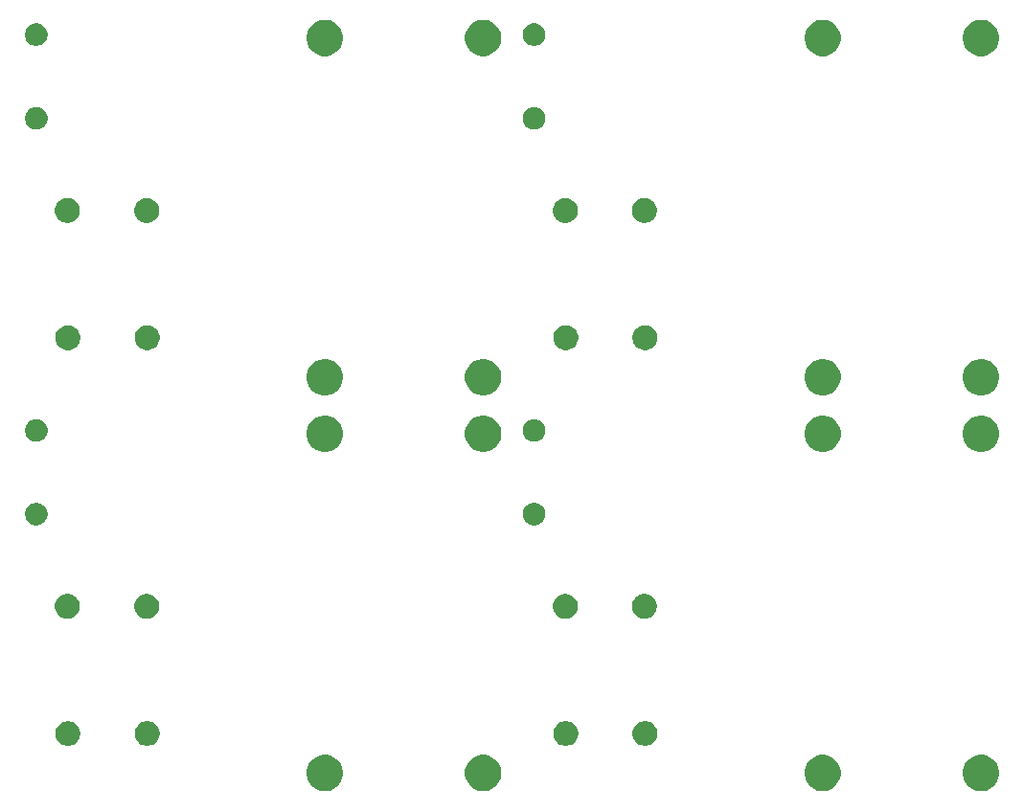
<source format=gbs>
G04 #@! TF.GenerationSoftware,KiCad,Pcbnew,5.1.2*
G04 #@! TF.CreationDate,2019-07-04T09:21:13+09:00*
G04 #@! TF.ProjectId,SAM2695_yarou_menduke,53414d32-3639-4355-9f79-61726f755f6d,rev?*
G04 #@! TF.SameCoordinates,Original*
G04 #@! TF.FileFunction,Soldermask,Bot*
G04 #@! TF.FilePolarity,Negative*
%FSLAX46Y46*%
G04 Gerber Fmt 4.6, Leading zero omitted, Abs format (unit mm)*
G04 Created by KiCad (PCBNEW 5.1.2) date 2019-07-04 09:21:13*
%MOMM*%
%LPD*%
G04 APERTURE LIST*
%ADD10C,0.100000*%
G04 APERTURE END LIST*
D10*
G36*
X139966733Y-116961391D02*
G01*
X140257931Y-117082010D01*
X140520004Y-117257121D01*
X140742879Y-117479996D01*
X140917990Y-117742069D01*
X141038609Y-118033268D01*
X141100100Y-118342404D01*
X141100100Y-118657596D01*
X141038609Y-118966732D01*
X140917990Y-119257931D01*
X140742879Y-119520004D01*
X140520004Y-119742879D01*
X140257931Y-119917990D01*
X139966733Y-120038609D01*
X139657596Y-120100100D01*
X139342404Y-120100100D01*
X139033267Y-120038609D01*
X138742069Y-119917990D01*
X138479996Y-119742879D01*
X138257121Y-119520004D01*
X138082010Y-119257931D01*
X137961391Y-118966732D01*
X137899900Y-118657596D01*
X137899900Y-118342404D01*
X137961391Y-118033268D01*
X138082010Y-117742069D01*
X138257121Y-117479996D01*
X138479996Y-117257121D01*
X138742069Y-117082010D01*
X139033267Y-116961391D01*
X139342404Y-116899900D01*
X139657596Y-116899900D01*
X139966733Y-116961391D01*
X139966733Y-116961391D01*
G37*
G36*
X125966733Y-116961391D02*
G01*
X126257931Y-117082010D01*
X126520004Y-117257121D01*
X126742879Y-117479996D01*
X126917990Y-117742069D01*
X127038609Y-118033268D01*
X127100100Y-118342404D01*
X127100100Y-118657596D01*
X127038609Y-118966732D01*
X126917990Y-119257931D01*
X126742879Y-119520004D01*
X126520004Y-119742879D01*
X126257931Y-119917990D01*
X125966733Y-120038609D01*
X125657596Y-120100100D01*
X125342404Y-120100100D01*
X125033267Y-120038609D01*
X124742069Y-119917990D01*
X124479996Y-119742879D01*
X124257121Y-119520004D01*
X124082010Y-119257931D01*
X123961391Y-118966732D01*
X123899900Y-118657596D01*
X123899900Y-118342404D01*
X123961391Y-118033268D01*
X124082010Y-117742069D01*
X124257121Y-117479996D01*
X124479996Y-117257121D01*
X124742069Y-117082010D01*
X125033267Y-116961391D01*
X125342404Y-116899900D01*
X125657596Y-116899900D01*
X125966733Y-116961391D01*
X125966733Y-116961391D01*
G37*
G36*
X183966733Y-116961391D02*
G01*
X184257931Y-117082010D01*
X184520004Y-117257121D01*
X184742879Y-117479996D01*
X184917990Y-117742069D01*
X185038609Y-118033268D01*
X185100100Y-118342404D01*
X185100100Y-118657596D01*
X185038609Y-118966732D01*
X184917990Y-119257931D01*
X184742879Y-119520004D01*
X184520004Y-119742879D01*
X184257931Y-119917990D01*
X183966733Y-120038609D01*
X183657596Y-120100100D01*
X183342404Y-120100100D01*
X183033267Y-120038609D01*
X182742069Y-119917990D01*
X182479996Y-119742879D01*
X182257121Y-119520004D01*
X182082010Y-119257931D01*
X181961391Y-118966732D01*
X181899900Y-118657596D01*
X181899900Y-118342404D01*
X181961391Y-118033268D01*
X182082010Y-117742069D01*
X182257121Y-117479996D01*
X182479996Y-117257121D01*
X182742069Y-117082010D01*
X183033267Y-116961391D01*
X183342404Y-116899900D01*
X183657596Y-116899900D01*
X183966733Y-116961391D01*
X183966733Y-116961391D01*
G37*
G36*
X169966733Y-116961391D02*
G01*
X170257931Y-117082010D01*
X170520004Y-117257121D01*
X170742879Y-117479996D01*
X170917990Y-117742069D01*
X171038609Y-118033268D01*
X171100100Y-118342404D01*
X171100100Y-118657596D01*
X171038609Y-118966732D01*
X170917990Y-119257931D01*
X170742879Y-119520004D01*
X170520004Y-119742879D01*
X170257931Y-119917990D01*
X169966733Y-120038609D01*
X169657596Y-120100100D01*
X169342404Y-120100100D01*
X169033267Y-120038609D01*
X168742069Y-119917990D01*
X168479996Y-119742879D01*
X168257121Y-119520004D01*
X168082010Y-119257931D01*
X167961391Y-118966732D01*
X167899900Y-118657596D01*
X167899900Y-118342404D01*
X167961391Y-118033268D01*
X168082010Y-117742069D01*
X168257121Y-117479996D01*
X168479996Y-117257121D01*
X168742069Y-117082010D01*
X169033267Y-116961391D01*
X169342404Y-116899900D01*
X169657596Y-116899900D01*
X169966733Y-116961391D01*
X169966733Y-116961391D01*
G37*
G36*
X147120889Y-113942176D02*
G01*
X147254358Y-113997461D01*
X147321093Y-114025104D01*
X147501273Y-114145496D01*
X147654504Y-114298727D01*
X147774896Y-114478907D01*
X147774896Y-114478908D01*
X147857824Y-114679111D01*
X147900100Y-114891650D01*
X147900100Y-115108350D01*
X147857824Y-115320889D01*
X147802539Y-115454358D01*
X147774896Y-115521093D01*
X147654504Y-115701273D01*
X147501273Y-115854504D01*
X147321093Y-115974896D01*
X147254358Y-116002539D01*
X147120889Y-116057824D01*
X146908350Y-116100100D01*
X146691650Y-116100100D01*
X146479111Y-116057824D01*
X146345642Y-116002539D01*
X146278907Y-115974896D01*
X146098727Y-115854504D01*
X145945496Y-115701273D01*
X145825104Y-115521093D01*
X145797461Y-115454358D01*
X145742176Y-115320889D01*
X145699900Y-115108350D01*
X145699900Y-114891650D01*
X145742176Y-114679111D01*
X145825104Y-114478908D01*
X145825104Y-114478907D01*
X145945496Y-114298727D01*
X146098727Y-114145496D01*
X146278907Y-114025104D01*
X146345642Y-113997461D01*
X146479111Y-113942176D01*
X146691650Y-113899900D01*
X146908350Y-113899900D01*
X147120889Y-113942176D01*
X147120889Y-113942176D01*
G37*
G36*
X110120889Y-113942176D02*
G01*
X110254358Y-113997461D01*
X110321093Y-114025104D01*
X110501273Y-114145496D01*
X110654504Y-114298727D01*
X110774896Y-114478907D01*
X110774896Y-114478908D01*
X110857824Y-114679111D01*
X110900100Y-114891650D01*
X110900100Y-115108350D01*
X110857824Y-115320889D01*
X110802539Y-115454358D01*
X110774896Y-115521093D01*
X110654504Y-115701273D01*
X110501273Y-115854504D01*
X110321093Y-115974896D01*
X110254358Y-116002539D01*
X110120889Y-116057824D01*
X109908350Y-116100100D01*
X109691650Y-116100100D01*
X109479111Y-116057824D01*
X109345642Y-116002539D01*
X109278907Y-115974896D01*
X109098727Y-115854504D01*
X108945496Y-115701273D01*
X108825104Y-115521093D01*
X108797461Y-115454358D01*
X108742176Y-115320889D01*
X108699900Y-115108350D01*
X108699900Y-114891650D01*
X108742176Y-114679111D01*
X108825104Y-114478908D01*
X108825104Y-114478907D01*
X108945496Y-114298727D01*
X109098727Y-114145496D01*
X109278907Y-114025104D01*
X109345642Y-113997461D01*
X109479111Y-113942176D01*
X109691650Y-113899900D01*
X109908350Y-113899900D01*
X110120889Y-113942176D01*
X110120889Y-113942176D01*
G37*
G36*
X103120889Y-113942176D02*
G01*
X103254358Y-113997461D01*
X103321093Y-114025104D01*
X103501273Y-114145496D01*
X103654504Y-114298727D01*
X103774896Y-114478907D01*
X103774896Y-114478908D01*
X103857824Y-114679111D01*
X103900100Y-114891650D01*
X103900100Y-115108350D01*
X103857824Y-115320889D01*
X103802539Y-115454358D01*
X103774896Y-115521093D01*
X103654504Y-115701273D01*
X103501273Y-115854504D01*
X103321093Y-115974896D01*
X103254358Y-116002539D01*
X103120889Y-116057824D01*
X102908350Y-116100100D01*
X102691650Y-116100100D01*
X102479111Y-116057824D01*
X102345642Y-116002539D01*
X102278907Y-115974896D01*
X102098727Y-115854504D01*
X101945496Y-115701273D01*
X101825104Y-115521093D01*
X101797461Y-115454358D01*
X101742176Y-115320889D01*
X101699900Y-115108350D01*
X101699900Y-114891650D01*
X101742176Y-114679111D01*
X101825104Y-114478908D01*
X101825104Y-114478907D01*
X101945496Y-114298727D01*
X102098727Y-114145496D01*
X102278907Y-114025104D01*
X102345642Y-113997461D01*
X102479111Y-113942176D01*
X102691650Y-113899900D01*
X102908350Y-113899900D01*
X103120889Y-113942176D01*
X103120889Y-113942176D01*
G37*
G36*
X154120889Y-113942176D02*
G01*
X154254358Y-113997461D01*
X154321093Y-114025104D01*
X154501273Y-114145496D01*
X154654504Y-114298727D01*
X154774896Y-114478907D01*
X154774896Y-114478908D01*
X154857824Y-114679111D01*
X154900100Y-114891650D01*
X154900100Y-115108350D01*
X154857824Y-115320889D01*
X154802539Y-115454358D01*
X154774896Y-115521093D01*
X154654504Y-115701273D01*
X154501273Y-115854504D01*
X154321093Y-115974896D01*
X154254358Y-116002539D01*
X154120889Y-116057824D01*
X153908350Y-116100100D01*
X153691650Y-116100100D01*
X153479111Y-116057824D01*
X153345642Y-116002539D01*
X153278907Y-115974896D01*
X153098727Y-115854504D01*
X152945496Y-115701273D01*
X152825104Y-115521093D01*
X152797461Y-115454358D01*
X152742176Y-115320889D01*
X152699900Y-115108350D01*
X152699900Y-114891650D01*
X152742176Y-114679111D01*
X152825104Y-114478908D01*
X152825104Y-114478907D01*
X152945496Y-114298727D01*
X153098727Y-114145496D01*
X153278907Y-114025104D01*
X153345642Y-113997461D01*
X153479111Y-113942176D01*
X153691650Y-113899900D01*
X153908350Y-113899900D01*
X154120889Y-113942176D01*
X154120889Y-113942176D01*
G37*
G36*
X154070889Y-102692176D02*
G01*
X154204358Y-102747461D01*
X154271093Y-102775104D01*
X154451273Y-102895496D01*
X154604504Y-103048727D01*
X154724896Y-103228907D01*
X154724896Y-103228908D01*
X154807824Y-103429111D01*
X154850100Y-103641650D01*
X154850100Y-103858350D01*
X154807824Y-104070889D01*
X154752539Y-104204358D01*
X154724896Y-104271093D01*
X154604504Y-104451273D01*
X154451273Y-104604504D01*
X154271093Y-104724896D01*
X154204358Y-104752539D01*
X154070889Y-104807824D01*
X153858350Y-104850100D01*
X153641650Y-104850100D01*
X153429111Y-104807824D01*
X153295642Y-104752539D01*
X153228907Y-104724896D01*
X153048727Y-104604504D01*
X152895496Y-104451273D01*
X152775104Y-104271093D01*
X152747461Y-104204358D01*
X152692176Y-104070889D01*
X152649900Y-103858350D01*
X152649900Y-103641650D01*
X152692176Y-103429111D01*
X152775104Y-103228908D01*
X152775104Y-103228907D01*
X152895496Y-103048727D01*
X153048727Y-102895496D01*
X153228907Y-102775104D01*
X153295642Y-102747461D01*
X153429111Y-102692176D01*
X153641650Y-102649900D01*
X153858350Y-102649900D01*
X154070889Y-102692176D01*
X154070889Y-102692176D01*
G37*
G36*
X147070889Y-102692176D02*
G01*
X147204358Y-102747461D01*
X147271093Y-102775104D01*
X147451273Y-102895496D01*
X147604504Y-103048727D01*
X147724896Y-103228907D01*
X147724896Y-103228908D01*
X147807824Y-103429111D01*
X147850100Y-103641650D01*
X147850100Y-103858350D01*
X147807824Y-104070889D01*
X147752539Y-104204358D01*
X147724896Y-104271093D01*
X147604504Y-104451273D01*
X147451273Y-104604504D01*
X147271093Y-104724896D01*
X147204358Y-104752539D01*
X147070889Y-104807824D01*
X146858350Y-104850100D01*
X146641650Y-104850100D01*
X146429111Y-104807824D01*
X146295642Y-104752539D01*
X146228907Y-104724896D01*
X146048727Y-104604504D01*
X145895496Y-104451273D01*
X145775104Y-104271093D01*
X145747461Y-104204358D01*
X145692176Y-104070889D01*
X145649900Y-103858350D01*
X145649900Y-103641650D01*
X145692176Y-103429111D01*
X145775104Y-103228908D01*
X145775104Y-103228907D01*
X145895496Y-103048727D01*
X146048727Y-102895496D01*
X146228907Y-102775104D01*
X146295642Y-102747461D01*
X146429111Y-102692176D01*
X146641650Y-102649900D01*
X146858350Y-102649900D01*
X147070889Y-102692176D01*
X147070889Y-102692176D01*
G37*
G36*
X110070889Y-102692176D02*
G01*
X110204358Y-102747461D01*
X110271093Y-102775104D01*
X110451273Y-102895496D01*
X110604504Y-103048727D01*
X110724896Y-103228907D01*
X110724896Y-103228908D01*
X110807824Y-103429111D01*
X110850100Y-103641650D01*
X110850100Y-103858350D01*
X110807824Y-104070889D01*
X110752539Y-104204358D01*
X110724896Y-104271093D01*
X110604504Y-104451273D01*
X110451273Y-104604504D01*
X110271093Y-104724896D01*
X110204358Y-104752539D01*
X110070889Y-104807824D01*
X109858350Y-104850100D01*
X109641650Y-104850100D01*
X109429111Y-104807824D01*
X109295642Y-104752539D01*
X109228907Y-104724896D01*
X109048727Y-104604504D01*
X108895496Y-104451273D01*
X108775104Y-104271093D01*
X108747461Y-104204358D01*
X108692176Y-104070889D01*
X108649900Y-103858350D01*
X108649900Y-103641650D01*
X108692176Y-103429111D01*
X108775104Y-103228908D01*
X108775104Y-103228907D01*
X108895496Y-103048727D01*
X109048727Y-102895496D01*
X109228907Y-102775104D01*
X109295642Y-102747461D01*
X109429111Y-102692176D01*
X109641650Y-102649900D01*
X109858350Y-102649900D01*
X110070889Y-102692176D01*
X110070889Y-102692176D01*
G37*
G36*
X103070889Y-102692176D02*
G01*
X103204358Y-102747461D01*
X103271093Y-102775104D01*
X103451273Y-102895496D01*
X103604504Y-103048727D01*
X103724896Y-103228907D01*
X103724896Y-103228908D01*
X103807824Y-103429111D01*
X103850100Y-103641650D01*
X103850100Y-103858350D01*
X103807824Y-104070889D01*
X103752539Y-104204358D01*
X103724896Y-104271093D01*
X103604504Y-104451273D01*
X103451273Y-104604504D01*
X103271093Y-104724896D01*
X103204358Y-104752539D01*
X103070889Y-104807824D01*
X102858350Y-104850100D01*
X102641650Y-104850100D01*
X102429111Y-104807824D01*
X102295642Y-104752539D01*
X102228907Y-104724896D01*
X102048727Y-104604504D01*
X101895496Y-104451273D01*
X101775104Y-104271093D01*
X101747461Y-104204358D01*
X101692176Y-104070889D01*
X101649900Y-103858350D01*
X101649900Y-103641650D01*
X101692176Y-103429111D01*
X101775104Y-103228908D01*
X101775104Y-103228907D01*
X101895496Y-103048727D01*
X102048727Y-102895496D01*
X102228907Y-102775104D01*
X102295642Y-102747461D01*
X102429111Y-102692176D01*
X102641650Y-102649900D01*
X102858350Y-102649900D01*
X103070889Y-102692176D01*
X103070889Y-102692176D01*
G37*
G36*
X100291720Y-94638333D02*
G01*
X100413056Y-94688593D01*
X100473725Y-94713723D01*
X100637527Y-94823172D01*
X100776828Y-94962473D01*
X100886277Y-95126275D01*
X100886277Y-95126276D01*
X100961667Y-95308280D01*
X101000100Y-95501499D01*
X101000100Y-95698501D01*
X100961667Y-95891720D01*
X100911407Y-96013056D01*
X100886277Y-96073725D01*
X100776828Y-96237527D01*
X100637527Y-96376828D01*
X100473725Y-96486277D01*
X100413056Y-96511407D01*
X100291720Y-96561667D01*
X100098501Y-96600100D01*
X99901499Y-96600100D01*
X99708280Y-96561667D01*
X99586944Y-96511407D01*
X99526275Y-96486277D01*
X99362473Y-96376828D01*
X99223172Y-96237527D01*
X99113723Y-96073725D01*
X99088593Y-96013056D01*
X99038333Y-95891720D01*
X98999900Y-95698501D01*
X98999900Y-95501499D01*
X99038333Y-95308280D01*
X99113723Y-95126276D01*
X99113723Y-95126275D01*
X99223172Y-94962473D01*
X99362473Y-94823172D01*
X99526275Y-94713723D01*
X99586944Y-94688593D01*
X99708280Y-94638333D01*
X99901499Y-94599900D01*
X100098501Y-94599900D01*
X100291720Y-94638333D01*
X100291720Y-94638333D01*
G37*
G36*
X144291720Y-94638333D02*
G01*
X144413056Y-94688593D01*
X144473725Y-94713723D01*
X144637527Y-94823172D01*
X144776828Y-94962473D01*
X144886277Y-95126275D01*
X144886277Y-95126276D01*
X144961667Y-95308280D01*
X145000100Y-95501499D01*
X145000100Y-95698501D01*
X144961667Y-95891720D01*
X144911407Y-96013056D01*
X144886277Y-96073725D01*
X144776828Y-96237527D01*
X144637527Y-96376828D01*
X144473725Y-96486277D01*
X144413056Y-96511407D01*
X144291720Y-96561667D01*
X144098501Y-96600100D01*
X143901499Y-96600100D01*
X143708280Y-96561667D01*
X143586944Y-96511407D01*
X143526275Y-96486277D01*
X143362473Y-96376828D01*
X143223172Y-96237527D01*
X143113723Y-96073725D01*
X143088593Y-96013056D01*
X143038333Y-95891720D01*
X142999900Y-95698501D01*
X142999900Y-95501499D01*
X143038333Y-95308280D01*
X143113723Y-95126276D01*
X143113723Y-95126275D01*
X143223172Y-94962473D01*
X143362473Y-94823172D01*
X143526275Y-94713723D01*
X143586944Y-94688593D01*
X143708280Y-94638333D01*
X143901499Y-94599900D01*
X144098501Y-94599900D01*
X144291720Y-94638333D01*
X144291720Y-94638333D01*
G37*
G36*
X169966733Y-86961391D02*
G01*
X170257931Y-87082010D01*
X170520004Y-87257121D01*
X170742879Y-87479996D01*
X170907437Y-87726275D01*
X170917990Y-87742069D01*
X171038609Y-88033267D01*
X171100100Y-88342404D01*
X171100100Y-88657596D01*
X171038609Y-88966733D01*
X170917990Y-89257931D01*
X170742879Y-89520004D01*
X170520004Y-89742879D01*
X170257931Y-89917990D01*
X169966733Y-90038609D01*
X169657596Y-90100100D01*
X169342404Y-90100100D01*
X169033267Y-90038609D01*
X168742069Y-89917990D01*
X168479996Y-89742879D01*
X168257121Y-89520004D01*
X168082010Y-89257931D01*
X167961391Y-88966733D01*
X167899900Y-88657596D01*
X167899900Y-88342404D01*
X167961391Y-88033267D01*
X168082010Y-87742069D01*
X168092563Y-87726275D01*
X168257121Y-87479996D01*
X168479996Y-87257121D01*
X168742069Y-87082010D01*
X169033267Y-86961391D01*
X169342404Y-86899900D01*
X169657596Y-86899900D01*
X169966733Y-86961391D01*
X169966733Y-86961391D01*
G37*
G36*
X125966733Y-86961391D02*
G01*
X126257931Y-87082010D01*
X126520004Y-87257121D01*
X126742879Y-87479996D01*
X126907437Y-87726275D01*
X126917990Y-87742069D01*
X127038609Y-88033267D01*
X127100100Y-88342404D01*
X127100100Y-88657596D01*
X127038609Y-88966733D01*
X126917990Y-89257931D01*
X126742879Y-89520004D01*
X126520004Y-89742879D01*
X126257931Y-89917990D01*
X125966733Y-90038609D01*
X125657596Y-90100100D01*
X125342404Y-90100100D01*
X125033267Y-90038609D01*
X124742069Y-89917990D01*
X124479996Y-89742879D01*
X124257121Y-89520004D01*
X124082010Y-89257931D01*
X123961391Y-88966733D01*
X123899900Y-88657596D01*
X123899900Y-88342404D01*
X123961391Y-88033267D01*
X124082010Y-87742069D01*
X124092563Y-87726275D01*
X124257121Y-87479996D01*
X124479996Y-87257121D01*
X124742069Y-87082010D01*
X125033267Y-86961391D01*
X125342404Y-86899900D01*
X125657596Y-86899900D01*
X125966733Y-86961391D01*
X125966733Y-86961391D01*
G37*
G36*
X183966733Y-86961391D02*
G01*
X184257931Y-87082010D01*
X184520004Y-87257121D01*
X184742879Y-87479996D01*
X184907437Y-87726275D01*
X184917990Y-87742069D01*
X185038609Y-88033267D01*
X185100100Y-88342404D01*
X185100100Y-88657596D01*
X185038609Y-88966733D01*
X184917990Y-89257931D01*
X184742879Y-89520004D01*
X184520004Y-89742879D01*
X184257931Y-89917990D01*
X183966733Y-90038609D01*
X183657596Y-90100100D01*
X183342404Y-90100100D01*
X183033267Y-90038609D01*
X182742069Y-89917990D01*
X182479996Y-89742879D01*
X182257121Y-89520004D01*
X182082010Y-89257931D01*
X181961391Y-88966733D01*
X181899900Y-88657596D01*
X181899900Y-88342404D01*
X181961391Y-88033267D01*
X182082010Y-87742069D01*
X182092563Y-87726275D01*
X182257121Y-87479996D01*
X182479996Y-87257121D01*
X182742069Y-87082010D01*
X183033267Y-86961391D01*
X183342404Y-86899900D01*
X183657596Y-86899900D01*
X183966733Y-86961391D01*
X183966733Y-86961391D01*
G37*
G36*
X139966733Y-86961391D02*
G01*
X140257931Y-87082010D01*
X140520004Y-87257121D01*
X140742879Y-87479996D01*
X140907437Y-87726275D01*
X140917990Y-87742069D01*
X141038609Y-88033267D01*
X141100100Y-88342404D01*
X141100100Y-88657596D01*
X141038609Y-88966733D01*
X140917990Y-89257931D01*
X140742879Y-89520004D01*
X140520004Y-89742879D01*
X140257931Y-89917990D01*
X139966733Y-90038609D01*
X139657596Y-90100100D01*
X139342404Y-90100100D01*
X139033267Y-90038609D01*
X138742069Y-89917990D01*
X138479996Y-89742879D01*
X138257121Y-89520004D01*
X138082010Y-89257931D01*
X137961391Y-88966733D01*
X137899900Y-88657596D01*
X137899900Y-88342404D01*
X137961391Y-88033267D01*
X138082010Y-87742069D01*
X138092563Y-87726275D01*
X138257121Y-87479996D01*
X138479996Y-87257121D01*
X138742069Y-87082010D01*
X139033267Y-86961391D01*
X139342404Y-86899900D01*
X139657596Y-86899900D01*
X139966733Y-86961391D01*
X139966733Y-86961391D01*
G37*
G36*
X100291720Y-87238333D02*
G01*
X100413056Y-87288593D01*
X100473725Y-87313723D01*
X100637527Y-87423172D01*
X100776828Y-87562473D01*
X100886277Y-87726275D01*
X100886277Y-87726276D01*
X100961667Y-87908280D01*
X101000100Y-88101499D01*
X101000100Y-88298501D01*
X100961667Y-88491720D01*
X100911407Y-88613056D01*
X100886277Y-88673725D01*
X100776828Y-88837527D01*
X100637527Y-88976828D01*
X100473725Y-89086277D01*
X100413056Y-89111407D01*
X100291720Y-89161667D01*
X100098501Y-89200100D01*
X99901499Y-89200100D01*
X99708280Y-89161667D01*
X99586944Y-89111407D01*
X99526275Y-89086277D01*
X99362473Y-88976828D01*
X99223172Y-88837527D01*
X99113723Y-88673725D01*
X99088593Y-88613056D01*
X99038333Y-88491720D01*
X98999900Y-88298501D01*
X98999900Y-88101499D01*
X99038333Y-87908280D01*
X99113723Y-87726276D01*
X99113723Y-87726275D01*
X99223172Y-87562473D01*
X99362473Y-87423172D01*
X99526275Y-87313723D01*
X99586944Y-87288593D01*
X99708280Y-87238333D01*
X99901499Y-87199900D01*
X100098501Y-87199900D01*
X100291720Y-87238333D01*
X100291720Y-87238333D01*
G37*
G36*
X144291720Y-87238333D02*
G01*
X144413056Y-87288593D01*
X144473725Y-87313723D01*
X144637527Y-87423172D01*
X144776828Y-87562473D01*
X144886277Y-87726275D01*
X144886277Y-87726276D01*
X144961667Y-87908280D01*
X145000100Y-88101499D01*
X145000100Y-88298501D01*
X144961667Y-88491720D01*
X144911407Y-88613056D01*
X144886277Y-88673725D01*
X144776828Y-88837527D01*
X144637527Y-88976828D01*
X144473725Y-89086277D01*
X144413056Y-89111407D01*
X144291720Y-89161667D01*
X144098501Y-89200100D01*
X143901499Y-89200100D01*
X143708280Y-89161667D01*
X143586944Y-89111407D01*
X143526275Y-89086277D01*
X143362473Y-88976828D01*
X143223172Y-88837527D01*
X143113723Y-88673725D01*
X143088593Y-88613056D01*
X143038333Y-88491720D01*
X142999900Y-88298501D01*
X142999900Y-88101499D01*
X143038333Y-87908280D01*
X143113723Y-87726276D01*
X143113723Y-87726275D01*
X143223172Y-87562473D01*
X143362473Y-87423172D01*
X143526275Y-87313723D01*
X143586944Y-87288593D01*
X143708280Y-87238333D01*
X143901499Y-87199900D01*
X144098501Y-87199900D01*
X144291720Y-87238333D01*
X144291720Y-87238333D01*
G37*
G36*
X139966733Y-81961391D02*
G01*
X140257931Y-82082010D01*
X140520004Y-82257121D01*
X140742879Y-82479996D01*
X140917990Y-82742069D01*
X141038609Y-83033268D01*
X141100100Y-83342404D01*
X141100100Y-83657596D01*
X141038609Y-83966732D01*
X140917990Y-84257931D01*
X140742879Y-84520004D01*
X140520004Y-84742879D01*
X140257931Y-84917990D01*
X139966733Y-85038609D01*
X139657596Y-85100100D01*
X139342404Y-85100100D01*
X139033267Y-85038609D01*
X138742069Y-84917990D01*
X138479996Y-84742879D01*
X138257121Y-84520004D01*
X138082010Y-84257931D01*
X137961391Y-83966732D01*
X137899900Y-83657596D01*
X137899900Y-83342404D01*
X137961391Y-83033268D01*
X138082010Y-82742069D01*
X138257121Y-82479996D01*
X138479996Y-82257121D01*
X138742069Y-82082010D01*
X139033267Y-81961391D01*
X139342404Y-81899900D01*
X139657596Y-81899900D01*
X139966733Y-81961391D01*
X139966733Y-81961391D01*
G37*
G36*
X125966733Y-81961391D02*
G01*
X126257931Y-82082010D01*
X126520004Y-82257121D01*
X126742879Y-82479996D01*
X126917990Y-82742069D01*
X127038609Y-83033268D01*
X127100100Y-83342404D01*
X127100100Y-83657596D01*
X127038609Y-83966732D01*
X126917990Y-84257931D01*
X126742879Y-84520004D01*
X126520004Y-84742879D01*
X126257931Y-84917990D01*
X125966733Y-85038609D01*
X125657596Y-85100100D01*
X125342404Y-85100100D01*
X125033267Y-85038609D01*
X124742069Y-84917990D01*
X124479996Y-84742879D01*
X124257121Y-84520004D01*
X124082010Y-84257931D01*
X123961391Y-83966732D01*
X123899900Y-83657596D01*
X123899900Y-83342404D01*
X123961391Y-83033268D01*
X124082010Y-82742069D01*
X124257121Y-82479996D01*
X124479996Y-82257121D01*
X124742069Y-82082010D01*
X125033267Y-81961391D01*
X125342404Y-81899900D01*
X125657596Y-81899900D01*
X125966733Y-81961391D01*
X125966733Y-81961391D01*
G37*
G36*
X183966733Y-81961391D02*
G01*
X184257931Y-82082010D01*
X184520004Y-82257121D01*
X184742879Y-82479996D01*
X184917990Y-82742069D01*
X185038609Y-83033268D01*
X185100100Y-83342404D01*
X185100100Y-83657596D01*
X185038609Y-83966732D01*
X184917990Y-84257931D01*
X184742879Y-84520004D01*
X184520004Y-84742879D01*
X184257931Y-84917990D01*
X183966733Y-85038609D01*
X183657596Y-85100100D01*
X183342404Y-85100100D01*
X183033267Y-85038609D01*
X182742069Y-84917990D01*
X182479996Y-84742879D01*
X182257121Y-84520004D01*
X182082010Y-84257931D01*
X181961391Y-83966732D01*
X181899900Y-83657596D01*
X181899900Y-83342404D01*
X181961391Y-83033268D01*
X182082010Y-82742069D01*
X182257121Y-82479996D01*
X182479996Y-82257121D01*
X182742069Y-82082010D01*
X183033267Y-81961391D01*
X183342404Y-81899900D01*
X183657596Y-81899900D01*
X183966733Y-81961391D01*
X183966733Y-81961391D01*
G37*
G36*
X169966733Y-81961391D02*
G01*
X170257931Y-82082010D01*
X170520004Y-82257121D01*
X170742879Y-82479996D01*
X170917990Y-82742069D01*
X171038609Y-83033268D01*
X171100100Y-83342404D01*
X171100100Y-83657596D01*
X171038609Y-83966732D01*
X170917990Y-84257931D01*
X170742879Y-84520004D01*
X170520004Y-84742879D01*
X170257931Y-84917990D01*
X169966733Y-85038609D01*
X169657596Y-85100100D01*
X169342404Y-85100100D01*
X169033267Y-85038609D01*
X168742069Y-84917990D01*
X168479996Y-84742879D01*
X168257121Y-84520004D01*
X168082010Y-84257931D01*
X167961391Y-83966732D01*
X167899900Y-83657596D01*
X167899900Y-83342404D01*
X167961391Y-83033268D01*
X168082010Y-82742069D01*
X168257121Y-82479996D01*
X168479996Y-82257121D01*
X168742069Y-82082010D01*
X169033267Y-81961391D01*
X169342404Y-81899900D01*
X169657596Y-81899900D01*
X169966733Y-81961391D01*
X169966733Y-81961391D01*
G37*
G36*
X103120889Y-78942176D02*
G01*
X103254358Y-78997461D01*
X103321093Y-79025104D01*
X103501273Y-79145496D01*
X103654504Y-79298727D01*
X103774896Y-79478907D01*
X103774896Y-79478908D01*
X103857824Y-79679111D01*
X103900100Y-79891650D01*
X103900100Y-80108350D01*
X103857824Y-80320889D01*
X103802539Y-80454358D01*
X103774896Y-80521093D01*
X103654504Y-80701273D01*
X103501273Y-80854504D01*
X103321093Y-80974896D01*
X103254358Y-81002539D01*
X103120889Y-81057824D01*
X102908350Y-81100100D01*
X102691650Y-81100100D01*
X102479111Y-81057824D01*
X102345642Y-81002539D01*
X102278907Y-80974896D01*
X102098727Y-80854504D01*
X101945496Y-80701273D01*
X101825104Y-80521093D01*
X101797461Y-80454358D01*
X101742176Y-80320889D01*
X101699900Y-80108350D01*
X101699900Y-79891650D01*
X101742176Y-79679111D01*
X101825104Y-79478908D01*
X101825104Y-79478907D01*
X101945496Y-79298727D01*
X102098727Y-79145496D01*
X102278907Y-79025104D01*
X102345642Y-78997461D01*
X102479111Y-78942176D01*
X102691650Y-78899900D01*
X102908350Y-78899900D01*
X103120889Y-78942176D01*
X103120889Y-78942176D01*
G37*
G36*
X154120889Y-78942176D02*
G01*
X154254358Y-78997461D01*
X154321093Y-79025104D01*
X154501273Y-79145496D01*
X154654504Y-79298727D01*
X154774896Y-79478907D01*
X154774896Y-79478908D01*
X154857824Y-79679111D01*
X154900100Y-79891650D01*
X154900100Y-80108350D01*
X154857824Y-80320889D01*
X154802539Y-80454358D01*
X154774896Y-80521093D01*
X154654504Y-80701273D01*
X154501273Y-80854504D01*
X154321093Y-80974896D01*
X154254358Y-81002539D01*
X154120889Y-81057824D01*
X153908350Y-81100100D01*
X153691650Y-81100100D01*
X153479111Y-81057824D01*
X153345642Y-81002539D01*
X153278907Y-80974896D01*
X153098727Y-80854504D01*
X152945496Y-80701273D01*
X152825104Y-80521093D01*
X152797461Y-80454358D01*
X152742176Y-80320889D01*
X152699900Y-80108350D01*
X152699900Y-79891650D01*
X152742176Y-79679111D01*
X152825104Y-79478908D01*
X152825104Y-79478907D01*
X152945496Y-79298727D01*
X153098727Y-79145496D01*
X153278907Y-79025104D01*
X153345642Y-78997461D01*
X153479111Y-78942176D01*
X153691650Y-78899900D01*
X153908350Y-78899900D01*
X154120889Y-78942176D01*
X154120889Y-78942176D01*
G37*
G36*
X110120889Y-78942176D02*
G01*
X110254358Y-78997461D01*
X110321093Y-79025104D01*
X110501273Y-79145496D01*
X110654504Y-79298727D01*
X110774896Y-79478907D01*
X110774896Y-79478908D01*
X110857824Y-79679111D01*
X110900100Y-79891650D01*
X110900100Y-80108350D01*
X110857824Y-80320889D01*
X110802539Y-80454358D01*
X110774896Y-80521093D01*
X110654504Y-80701273D01*
X110501273Y-80854504D01*
X110321093Y-80974896D01*
X110254358Y-81002539D01*
X110120889Y-81057824D01*
X109908350Y-81100100D01*
X109691650Y-81100100D01*
X109479111Y-81057824D01*
X109345642Y-81002539D01*
X109278907Y-80974896D01*
X109098727Y-80854504D01*
X108945496Y-80701273D01*
X108825104Y-80521093D01*
X108797461Y-80454358D01*
X108742176Y-80320889D01*
X108699900Y-80108350D01*
X108699900Y-79891650D01*
X108742176Y-79679111D01*
X108825104Y-79478908D01*
X108825104Y-79478907D01*
X108945496Y-79298727D01*
X109098727Y-79145496D01*
X109278907Y-79025104D01*
X109345642Y-78997461D01*
X109479111Y-78942176D01*
X109691650Y-78899900D01*
X109908350Y-78899900D01*
X110120889Y-78942176D01*
X110120889Y-78942176D01*
G37*
G36*
X147120889Y-78942176D02*
G01*
X147254358Y-78997461D01*
X147321093Y-79025104D01*
X147501273Y-79145496D01*
X147654504Y-79298727D01*
X147774896Y-79478907D01*
X147774896Y-79478908D01*
X147857824Y-79679111D01*
X147900100Y-79891650D01*
X147900100Y-80108350D01*
X147857824Y-80320889D01*
X147802539Y-80454358D01*
X147774896Y-80521093D01*
X147654504Y-80701273D01*
X147501273Y-80854504D01*
X147321093Y-80974896D01*
X147254358Y-81002539D01*
X147120889Y-81057824D01*
X146908350Y-81100100D01*
X146691650Y-81100100D01*
X146479111Y-81057824D01*
X146345642Y-81002539D01*
X146278907Y-80974896D01*
X146098727Y-80854504D01*
X145945496Y-80701273D01*
X145825104Y-80521093D01*
X145797461Y-80454358D01*
X145742176Y-80320889D01*
X145699900Y-80108350D01*
X145699900Y-79891650D01*
X145742176Y-79679111D01*
X145825104Y-79478908D01*
X145825104Y-79478907D01*
X145945496Y-79298727D01*
X146098727Y-79145496D01*
X146278907Y-79025104D01*
X146345642Y-78997461D01*
X146479111Y-78942176D01*
X146691650Y-78899900D01*
X146908350Y-78899900D01*
X147120889Y-78942176D01*
X147120889Y-78942176D01*
G37*
G36*
X110070889Y-67692176D02*
G01*
X110204358Y-67747461D01*
X110271093Y-67775104D01*
X110451273Y-67895496D01*
X110604504Y-68048727D01*
X110724896Y-68228907D01*
X110724896Y-68228908D01*
X110807824Y-68429111D01*
X110850100Y-68641650D01*
X110850100Y-68858350D01*
X110807824Y-69070889D01*
X110752539Y-69204358D01*
X110724896Y-69271093D01*
X110604504Y-69451273D01*
X110451273Y-69604504D01*
X110271093Y-69724896D01*
X110204358Y-69752539D01*
X110070889Y-69807824D01*
X109858350Y-69850100D01*
X109641650Y-69850100D01*
X109429111Y-69807824D01*
X109295642Y-69752539D01*
X109228907Y-69724896D01*
X109048727Y-69604504D01*
X108895496Y-69451273D01*
X108775104Y-69271093D01*
X108747461Y-69204358D01*
X108692176Y-69070889D01*
X108649900Y-68858350D01*
X108649900Y-68641650D01*
X108692176Y-68429111D01*
X108775104Y-68228908D01*
X108775104Y-68228907D01*
X108895496Y-68048727D01*
X109048727Y-67895496D01*
X109228907Y-67775104D01*
X109295642Y-67747461D01*
X109429111Y-67692176D01*
X109641650Y-67649900D01*
X109858350Y-67649900D01*
X110070889Y-67692176D01*
X110070889Y-67692176D01*
G37*
G36*
X103070889Y-67692176D02*
G01*
X103204358Y-67747461D01*
X103271093Y-67775104D01*
X103451273Y-67895496D01*
X103604504Y-68048727D01*
X103724896Y-68228907D01*
X103724896Y-68228908D01*
X103807824Y-68429111D01*
X103850100Y-68641650D01*
X103850100Y-68858350D01*
X103807824Y-69070889D01*
X103752539Y-69204358D01*
X103724896Y-69271093D01*
X103604504Y-69451273D01*
X103451273Y-69604504D01*
X103271093Y-69724896D01*
X103204358Y-69752539D01*
X103070889Y-69807824D01*
X102858350Y-69850100D01*
X102641650Y-69850100D01*
X102429111Y-69807824D01*
X102295642Y-69752539D01*
X102228907Y-69724896D01*
X102048727Y-69604504D01*
X101895496Y-69451273D01*
X101775104Y-69271093D01*
X101747461Y-69204358D01*
X101692176Y-69070889D01*
X101649900Y-68858350D01*
X101649900Y-68641650D01*
X101692176Y-68429111D01*
X101775104Y-68228908D01*
X101775104Y-68228907D01*
X101895496Y-68048727D01*
X102048727Y-67895496D01*
X102228907Y-67775104D01*
X102295642Y-67747461D01*
X102429111Y-67692176D01*
X102641650Y-67649900D01*
X102858350Y-67649900D01*
X103070889Y-67692176D01*
X103070889Y-67692176D01*
G37*
G36*
X147070889Y-67692176D02*
G01*
X147204358Y-67747461D01*
X147271093Y-67775104D01*
X147451273Y-67895496D01*
X147604504Y-68048727D01*
X147724896Y-68228907D01*
X147724896Y-68228908D01*
X147807824Y-68429111D01*
X147850100Y-68641650D01*
X147850100Y-68858350D01*
X147807824Y-69070889D01*
X147752539Y-69204358D01*
X147724896Y-69271093D01*
X147604504Y-69451273D01*
X147451273Y-69604504D01*
X147271093Y-69724896D01*
X147204358Y-69752539D01*
X147070889Y-69807824D01*
X146858350Y-69850100D01*
X146641650Y-69850100D01*
X146429111Y-69807824D01*
X146295642Y-69752539D01*
X146228907Y-69724896D01*
X146048727Y-69604504D01*
X145895496Y-69451273D01*
X145775104Y-69271093D01*
X145747461Y-69204358D01*
X145692176Y-69070889D01*
X145649900Y-68858350D01*
X145649900Y-68641650D01*
X145692176Y-68429111D01*
X145775104Y-68228908D01*
X145775104Y-68228907D01*
X145895496Y-68048727D01*
X146048727Y-67895496D01*
X146228907Y-67775104D01*
X146295642Y-67747461D01*
X146429111Y-67692176D01*
X146641650Y-67649900D01*
X146858350Y-67649900D01*
X147070889Y-67692176D01*
X147070889Y-67692176D01*
G37*
G36*
X154070889Y-67692176D02*
G01*
X154204358Y-67747461D01*
X154271093Y-67775104D01*
X154451273Y-67895496D01*
X154604504Y-68048727D01*
X154724896Y-68228907D01*
X154724896Y-68228908D01*
X154807824Y-68429111D01*
X154850100Y-68641650D01*
X154850100Y-68858350D01*
X154807824Y-69070889D01*
X154752539Y-69204358D01*
X154724896Y-69271093D01*
X154604504Y-69451273D01*
X154451273Y-69604504D01*
X154271093Y-69724896D01*
X154204358Y-69752539D01*
X154070889Y-69807824D01*
X153858350Y-69850100D01*
X153641650Y-69850100D01*
X153429111Y-69807824D01*
X153295642Y-69752539D01*
X153228907Y-69724896D01*
X153048727Y-69604504D01*
X152895496Y-69451273D01*
X152775104Y-69271093D01*
X152747461Y-69204358D01*
X152692176Y-69070889D01*
X152649900Y-68858350D01*
X152649900Y-68641650D01*
X152692176Y-68429111D01*
X152775104Y-68228908D01*
X152775104Y-68228907D01*
X152895496Y-68048727D01*
X153048727Y-67895496D01*
X153228907Y-67775104D01*
X153295642Y-67747461D01*
X153429111Y-67692176D01*
X153641650Y-67649900D01*
X153858350Y-67649900D01*
X154070889Y-67692176D01*
X154070889Y-67692176D01*
G37*
G36*
X100291720Y-59638333D02*
G01*
X100413056Y-59688593D01*
X100473725Y-59713723D01*
X100637527Y-59823172D01*
X100776828Y-59962473D01*
X100886277Y-60126275D01*
X100886277Y-60126276D01*
X100961667Y-60308280D01*
X101000100Y-60501499D01*
X101000100Y-60698501D01*
X100961667Y-60891720D01*
X100911407Y-61013056D01*
X100886277Y-61073725D01*
X100776828Y-61237527D01*
X100637527Y-61376828D01*
X100473725Y-61486277D01*
X100413056Y-61511407D01*
X100291720Y-61561667D01*
X100098501Y-61600100D01*
X99901499Y-61600100D01*
X99708280Y-61561667D01*
X99586944Y-61511407D01*
X99526275Y-61486277D01*
X99362473Y-61376828D01*
X99223172Y-61237527D01*
X99113723Y-61073725D01*
X99088593Y-61013056D01*
X99038333Y-60891720D01*
X98999900Y-60698501D01*
X98999900Y-60501499D01*
X99038333Y-60308280D01*
X99113723Y-60126276D01*
X99113723Y-60126275D01*
X99223172Y-59962473D01*
X99362473Y-59823172D01*
X99526275Y-59713723D01*
X99586944Y-59688593D01*
X99708280Y-59638333D01*
X99901499Y-59599900D01*
X100098501Y-59599900D01*
X100291720Y-59638333D01*
X100291720Y-59638333D01*
G37*
G36*
X144291720Y-59638333D02*
G01*
X144413056Y-59688593D01*
X144473725Y-59713723D01*
X144637527Y-59823172D01*
X144776828Y-59962473D01*
X144886277Y-60126275D01*
X144886277Y-60126276D01*
X144961667Y-60308280D01*
X145000100Y-60501499D01*
X145000100Y-60698501D01*
X144961667Y-60891720D01*
X144911407Y-61013056D01*
X144886277Y-61073725D01*
X144776828Y-61237527D01*
X144637527Y-61376828D01*
X144473725Y-61486277D01*
X144413056Y-61511407D01*
X144291720Y-61561667D01*
X144098501Y-61600100D01*
X143901499Y-61600100D01*
X143708280Y-61561667D01*
X143586944Y-61511407D01*
X143526275Y-61486277D01*
X143362473Y-61376828D01*
X143223172Y-61237527D01*
X143113723Y-61073725D01*
X143088593Y-61013056D01*
X143038333Y-60891720D01*
X142999900Y-60698501D01*
X142999900Y-60501499D01*
X143038333Y-60308280D01*
X143113723Y-60126276D01*
X143113723Y-60126275D01*
X143223172Y-59962473D01*
X143362473Y-59823172D01*
X143526275Y-59713723D01*
X143586944Y-59688593D01*
X143708280Y-59638333D01*
X143901499Y-59599900D01*
X144098501Y-59599900D01*
X144291720Y-59638333D01*
X144291720Y-59638333D01*
G37*
G36*
X125966733Y-51961391D02*
G01*
X126257931Y-52082010D01*
X126520004Y-52257121D01*
X126742879Y-52479996D01*
X126907437Y-52726275D01*
X126917990Y-52742069D01*
X127038609Y-53033267D01*
X127100100Y-53342404D01*
X127100100Y-53657596D01*
X127038609Y-53966733D01*
X126917990Y-54257931D01*
X126742879Y-54520004D01*
X126520004Y-54742879D01*
X126257931Y-54917990D01*
X125966733Y-55038609D01*
X125657596Y-55100100D01*
X125342404Y-55100100D01*
X125033267Y-55038609D01*
X124742069Y-54917990D01*
X124479996Y-54742879D01*
X124257121Y-54520004D01*
X124082010Y-54257931D01*
X123961391Y-53966733D01*
X123899900Y-53657596D01*
X123899900Y-53342404D01*
X123961391Y-53033267D01*
X124082010Y-52742069D01*
X124092563Y-52726275D01*
X124257121Y-52479996D01*
X124479996Y-52257121D01*
X124742069Y-52082010D01*
X125033267Y-51961391D01*
X125342404Y-51899900D01*
X125657596Y-51899900D01*
X125966733Y-51961391D01*
X125966733Y-51961391D01*
G37*
G36*
X139966733Y-51961391D02*
G01*
X140257931Y-52082010D01*
X140520004Y-52257121D01*
X140742879Y-52479996D01*
X140907437Y-52726275D01*
X140917990Y-52742069D01*
X141038609Y-53033267D01*
X141100100Y-53342404D01*
X141100100Y-53657596D01*
X141038609Y-53966733D01*
X140917990Y-54257931D01*
X140742879Y-54520004D01*
X140520004Y-54742879D01*
X140257931Y-54917990D01*
X139966733Y-55038609D01*
X139657596Y-55100100D01*
X139342404Y-55100100D01*
X139033267Y-55038609D01*
X138742069Y-54917990D01*
X138479996Y-54742879D01*
X138257121Y-54520004D01*
X138082010Y-54257931D01*
X137961391Y-53966733D01*
X137899900Y-53657596D01*
X137899900Y-53342404D01*
X137961391Y-53033267D01*
X138082010Y-52742069D01*
X138092563Y-52726275D01*
X138257121Y-52479996D01*
X138479996Y-52257121D01*
X138742069Y-52082010D01*
X139033267Y-51961391D01*
X139342404Y-51899900D01*
X139657596Y-51899900D01*
X139966733Y-51961391D01*
X139966733Y-51961391D01*
G37*
G36*
X183966733Y-51961391D02*
G01*
X184257931Y-52082010D01*
X184520004Y-52257121D01*
X184742879Y-52479996D01*
X184907437Y-52726275D01*
X184917990Y-52742069D01*
X185038609Y-53033267D01*
X185100100Y-53342404D01*
X185100100Y-53657596D01*
X185038609Y-53966733D01*
X184917990Y-54257931D01*
X184742879Y-54520004D01*
X184520004Y-54742879D01*
X184257931Y-54917990D01*
X183966733Y-55038609D01*
X183657596Y-55100100D01*
X183342404Y-55100100D01*
X183033267Y-55038609D01*
X182742069Y-54917990D01*
X182479996Y-54742879D01*
X182257121Y-54520004D01*
X182082010Y-54257931D01*
X181961391Y-53966733D01*
X181899900Y-53657596D01*
X181899900Y-53342404D01*
X181961391Y-53033267D01*
X182082010Y-52742069D01*
X182092563Y-52726275D01*
X182257121Y-52479996D01*
X182479996Y-52257121D01*
X182742069Y-52082010D01*
X183033267Y-51961391D01*
X183342404Y-51899900D01*
X183657596Y-51899900D01*
X183966733Y-51961391D01*
X183966733Y-51961391D01*
G37*
G36*
X169966733Y-51961391D02*
G01*
X170257931Y-52082010D01*
X170520004Y-52257121D01*
X170742879Y-52479996D01*
X170907437Y-52726275D01*
X170917990Y-52742069D01*
X171038609Y-53033267D01*
X171100100Y-53342404D01*
X171100100Y-53657596D01*
X171038609Y-53966733D01*
X170917990Y-54257931D01*
X170742879Y-54520004D01*
X170520004Y-54742879D01*
X170257931Y-54917990D01*
X169966733Y-55038609D01*
X169657596Y-55100100D01*
X169342404Y-55100100D01*
X169033267Y-55038609D01*
X168742069Y-54917990D01*
X168479996Y-54742879D01*
X168257121Y-54520004D01*
X168082010Y-54257931D01*
X167961391Y-53966733D01*
X167899900Y-53657596D01*
X167899900Y-53342404D01*
X167961391Y-53033267D01*
X168082010Y-52742069D01*
X168092563Y-52726275D01*
X168257121Y-52479996D01*
X168479996Y-52257121D01*
X168742069Y-52082010D01*
X169033267Y-51961391D01*
X169342404Y-51899900D01*
X169657596Y-51899900D01*
X169966733Y-51961391D01*
X169966733Y-51961391D01*
G37*
G36*
X144291720Y-52238333D02*
G01*
X144413056Y-52288593D01*
X144473725Y-52313723D01*
X144637527Y-52423172D01*
X144776828Y-52562473D01*
X144886277Y-52726275D01*
X144886277Y-52726276D01*
X144961667Y-52908280D01*
X145000100Y-53101499D01*
X145000100Y-53298501D01*
X144961667Y-53491720D01*
X144911407Y-53613056D01*
X144886277Y-53673725D01*
X144776828Y-53837527D01*
X144637527Y-53976828D01*
X144473725Y-54086277D01*
X144413056Y-54111407D01*
X144291720Y-54161667D01*
X144098501Y-54200100D01*
X143901499Y-54200100D01*
X143708280Y-54161667D01*
X143586944Y-54111407D01*
X143526275Y-54086277D01*
X143362473Y-53976828D01*
X143223172Y-53837527D01*
X143113723Y-53673725D01*
X143088593Y-53613056D01*
X143038333Y-53491720D01*
X142999900Y-53298501D01*
X142999900Y-53101499D01*
X143038333Y-52908280D01*
X143113723Y-52726276D01*
X143113723Y-52726275D01*
X143223172Y-52562473D01*
X143362473Y-52423172D01*
X143526275Y-52313723D01*
X143586944Y-52288593D01*
X143708280Y-52238333D01*
X143901499Y-52199900D01*
X144098501Y-52199900D01*
X144291720Y-52238333D01*
X144291720Y-52238333D01*
G37*
G36*
X100291720Y-52238333D02*
G01*
X100413056Y-52288593D01*
X100473725Y-52313723D01*
X100637527Y-52423172D01*
X100776828Y-52562473D01*
X100886277Y-52726275D01*
X100886277Y-52726276D01*
X100961667Y-52908280D01*
X101000100Y-53101499D01*
X101000100Y-53298501D01*
X100961667Y-53491720D01*
X100911407Y-53613056D01*
X100886277Y-53673725D01*
X100776828Y-53837527D01*
X100637527Y-53976828D01*
X100473725Y-54086277D01*
X100413056Y-54111407D01*
X100291720Y-54161667D01*
X100098501Y-54200100D01*
X99901499Y-54200100D01*
X99708280Y-54161667D01*
X99586944Y-54111407D01*
X99526275Y-54086277D01*
X99362473Y-53976828D01*
X99223172Y-53837527D01*
X99113723Y-53673725D01*
X99088593Y-53613056D01*
X99038333Y-53491720D01*
X98999900Y-53298501D01*
X98999900Y-53101499D01*
X99038333Y-52908280D01*
X99113723Y-52726276D01*
X99113723Y-52726275D01*
X99223172Y-52562473D01*
X99362473Y-52423172D01*
X99526275Y-52313723D01*
X99586944Y-52288593D01*
X99708280Y-52238333D01*
X99901499Y-52199900D01*
X100098501Y-52199900D01*
X100291720Y-52238333D01*
X100291720Y-52238333D01*
G37*
M02*

</source>
